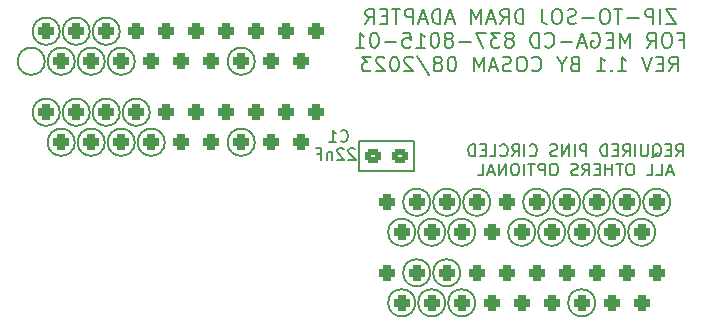
<source format=gbo>
G04 #@! TF.GenerationSoftware,KiCad,Pcbnew,7.0.2-0*
G04 #@! TF.CreationDate,2023-08-19T01:30:15+02:00*
G04 #@! TF.ProjectId,MegaCD,4d656761-4344-42e6-9b69-6361645f7063,rev?*
G04 #@! TF.SameCoordinates,Original*
G04 #@! TF.FileFunction,Legend,Bot*
G04 #@! TF.FilePolarity,Positive*
%FSLAX46Y46*%
G04 Gerber Fmt 4.6, Leading zero omitted, Abs format (unit mm)*
G04 Created by KiCad (PCBNEW 7.0.2-0) date 2023-08-19 01:30:15*
%MOMM*%
%LPD*%
G01*
G04 APERTURE LIST*
G04 Aperture macros list*
%AMRoundRect*
0 Rectangle with rounded corners*
0 $1 Rounding radius*
0 $2 $3 $4 $5 $6 $7 $8 $9 X,Y pos of 4 corners*
0 Add a 4 corners polygon primitive as box body*
4,1,4,$2,$3,$4,$5,$6,$7,$8,$9,$2,$3,0*
0 Add four circle primitives for the rounded corners*
1,1,$1+$1,$2,$3*
1,1,$1+$1,$4,$5*
1,1,$1+$1,$6,$7*
1,1,$1+$1,$8,$9*
0 Add four rect primitives between the rounded corners*
20,1,$1+$1,$2,$3,$4,$5,0*
20,1,$1+$1,$4,$5,$6,$7,0*
20,1,$1+$1,$6,$7,$8,$9,0*
20,1,$1+$1,$8,$9,$2,$3,0*%
G04 Aperture macros list end*
%ADD10C,0.150000*%
%ADD11C,0.200000*%
%ADD12C,2.767879*%
%ADD13RoundRect,0.255319X-0.394681X-0.344681X0.394681X-0.344681X0.394681X0.344681X-0.394681X0.344681X0*%
%ADD14R,1.400000X1.300000*%
%ADD15RoundRect,0.325000X0.375000X-0.325000X0.375000X0.325000X-0.375000X0.325000X-0.375000X-0.325000X0*%
%ADD16C,1.600000*%
G04 APERTURE END LIST*
D10*
X167139034Y-124841000D02*
G75*
G03*
X167139034Y-124841000I-1150034J0D01*
G01*
X173489034Y-122301000D02*
G75*
G03*
X173489034Y-122301000I-1150034J0D01*
G01*
X138310034Y-110363000D02*
G75*
G03*
X138310034Y-110363000I-1150034J0D01*
G01*
X125610034Y-110363000D02*
G75*
G03*
X125610034Y-110363000I-1150034J0D01*
G01*
X169679034Y-124841000D02*
G75*
G03*
X169679034Y-124841000I-1150034J0D01*
G01*
X121800034Y-107823000D02*
G75*
G03*
X121800034Y-107823000I-1150034J0D01*
G01*
X153169034Y-128270000D02*
G75*
G03*
X153169034Y-128270000I-1150034J0D01*
G01*
X126880034Y-107823000D02*
G75*
G03*
X126880034Y-107823000I-1150034J0D01*
G01*
X124340034Y-114681000D02*
G75*
G03*
X124340034Y-114681000I-1150034J0D01*
G01*
X162059034Y-124841000D02*
G75*
G03*
X162059034Y-124841000I-1150034J0D01*
G01*
X130690034Y-117221000D02*
G75*
G03*
X130690034Y-117221000I-1150034J0D01*
G01*
X123070034Y-110363000D02*
G75*
G03*
X123070034Y-110363000I-1150034J0D01*
G01*
X128150034Y-117221000D02*
G75*
G03*
X128150034Y-117221000I-1150034J0D01*
G01*
X156979034Y-130810000D02*
G75*
G03*
X156979034Y-130810000I-1150034J0D01*
G01*
X165869034Y-122301000D02*
G75*
G03*
X165869034Y-122301000I-1150034J0D01*
G01*
X120530034Y-110363000D02*
G75*
G03*
X120530034Y-110363000I-1150034J0D01*
G01*
X172219034Y-124841000D02*
G75*
G03*
X172219034Y-124841000I-1150034J0D01*
G01*
X167139034Y-130810000D02*
G75*
G03*
X167139034Y-130810000I-1150034J0D01*
G01*
X128150034Y-110363000D02*
G75*
G03*
X128150034Y-110363000I-1150034J0D01*
G01*
X158249034Y-122301000D02*
G75*
G03*
X158249034Y-122301000I-1150034J0D01*
G01*
X125610034Y-117221000D02*
G75*
G03*
X125610034Y-117221000I-1150034J0D01*
G01*
X153169034Y-122301000D02*
G75*
G03*
X153169034Y-122301000I-1150034J0D01*
G01*
X170949034Y-122301000D02*
G75*
G03*
X170949034Y-122301000I-1150034J0D01*
G01*
X168409034Y-122301000D02*
G75*
G03*
X168409034Y-122301000I-1150034J0D01*
G01*
X154439034Y-130810000D02*
G75*
G03*
X154439034Y-130810000I-1150034J0D01*
G01*
X154439034Y-124841000D02*
G75*
G03*
X154439034Y-124841000I-1150034J0D01*
G01*
X155709034Y-128270000D02*
G75*
G03*
X155709034Y-128270000I-1150034J0D01*
G01*
X129420034Y-114681000D02*
G75*
G03*
X129420034Y-114681000I-1150034J0D01*
G01*
X151899034Y-130810000D02*
G75*
G03*
X151899034Y-130810000I-1150034J0D01*
G01*
X124340034Y-107823000D02*
G75*
G03*
X124340034Y-107823000I-1150034J0D01*
G01*
X156979034Y-124841000D02*
G75*
G03*
X156979034Y-124841000I-1150034J0D01*
G01*
X126880034Y-114681000D02*
G75*
G03*
X126880034Y-114681000I-1150034J0D01*
G01*
X151899034Y-124841000D02*
G75*
G03*
X151899034Y-124841000I-1150034J0D01*
G01*
X164599034Y-124841000D02*
G75*
G03*
X164599034Y-124841000I-1150034J0D01*
G01*
X138310034Y-117221000D02*
G75*
G03*
X138310034Y-117221000I-1150034J0D01*
G01*
X163329034Y-122301000D02*
G75*
G03*
X163329034Y-122301000I-1150034J0D01*
G01*
X155709034Y-122301000D02*
G75*
G03*
X155709034Y-122301000I-1150034J0D01*
G01*
X121800034Y-114681000D02*
G75*
G03*
X121800034Y-114681000I-1150034J0D01*
G01*
X123070034Y-117221000D02*
G75*
G03*
X123070034Y-117221000I-1150034J0D01*
G01*
D11*
X173966523Y-105926023D02*
X173133190Y-105926023D01*
X173133190Y-105926023D02*
X173966523Y-107176023D01*
X173966523Y-107176023D02*
X173133190Y-107176023D01*
X172656999Y-107176023D02*
X172656999Y-105926023D01*
X172061761Y-107176023D02*
X172061761Y-105926023D01*
X172061761Y-105926023D02*
X171585571Y-105926023D01*
X171585571Y-105926023D02*
X171466523Y-105985547D01*
X171466523Y-105985547D02*
X171407000Y-106045071D01*
X171407000Y-106045071D02*
X171347476Y-106164119D01*
X171347476Y-106164119D02*
X171347476Y-106342690D01*
X171347476Y-106342690D02*
X171407000Y-106461738D01*
X171407000Y-106461738D02*
X171466523Y-106521261D01*
X171466523Y-106521261D02*
X171585571Y-106580785D01*
X171585571Y-106580785D02*
X172061761Y-106580785D01*
X170811761Y-106699833D02*
X169859381Y-106699833D01*
X169442714Y-105926023D02*
X168728428Y-105926023D01*
X169085571Y-107176023D02*
X169085571Y-105926023D01*
X168073666Y-105926023D02*
X167835571Y-105926023D01*
X167835571Y-105926023D02*
X167716523Y-105985547D01*
X167716523Y-105985547D02*
X167597476Y-106104595D01*
X167597476Y-106104595D02*
X167537952Y-106342690D01*
X167537952Y-106342690D02*
X167537952Y-106759357D01*
X167537952Y-106759357D02*
X167597476Y-106997452D01*
X167597476Y-106997452D02*
X167716523Y-107116500D01*
X167716523Y-107116500D02*
X167835571Y-107176023D01*
X167835571Y-107176023D02*
X168073666Y-107176023D01*
X168073666Y-107176023D02*
X168192714Y-107116500D01*
X168192714Y-107116500D02*
X168311761Y-106997452D01*
X168311761Y-106997452D02*
X168371285Y-106759357D01*
X168371285Y-106759357D02*
X168371285Y-106342690D01*
X168371285Y-106342690D02*
X168311761Y-106104595D01*
X168311761Y-106104595D02*
X168192714Y-105985547D01*
X168192714Y-105985547D02*
X168073666Y-105926023D01*
X167002237Y-106699833D02*
X166049857Y-106699833D01*
X165514142Y-107116500D02*
X165335571Y-107176023D01*
X165335571Y-107176023D02*
X165037952Y-107176023D01*
X165037952Y-107176023D02*
X164918904Y-107116500D01*
X164918904Y-107116500D02*
X164859380Y-107056976D01*
X164859380Y-107056976D02*
X164799857Y-106937928D01*
X164799857Y-106937928D02*
X164799857Y-106818880D01*
X164799857Y-106818880D02*
X164859380Y-106699833D01*
X164859380Y-106699833D02*
X164918904Y-106640309D01*
X164918904Y-106640309D02*
X165037952Y-106580785D01*
X165037952Y-106580785D02*
X165276047Y-106521261D01*
X165276047Y-106521261D02*
X165395095Y-106461738D01*
X165395095Y-106461738D02*
X165454618Y-106402214D01*
X165454618Y-106402214D02*
X165514142Y-106283166D01*
X165514142Y-106283166D02*
X165514142Y-106164119D01*
X165514142Y-106164119D02*
X165454618Y-106045071D01*
X165454618Y-106045071D02*
X165395095Y-105985547D01*
X165395095Y-105985547D02*
X165276047Y-105926023D01*
X165276047Y-105926023D02*
X164978428Y-105926023D01*
X164978428Y-105926023D02*
X164799857Y-105985547D01*
X164026047Y-105926023D02*
X163787952Y-105926023D01*
X163787952Y-105926023D02*
X163668904Y-105985547D01*
X163668904Y-105985547D02*
X163549857Y-106104595D01*
X163549857Y-106104595D02*
X163490333Y-106342690D01*
X163490333Y-106342690D02*
X163490333Y-106759357D01*
X163490333Y-106759357D02*
X163549857Y-106997452D01*
X163549857Y-106997452D02*
X163668904Y-107116500D01*
X163668904Y-107116500D02*
X163787952Y-107176023D01*
X163787952Y-107176023D02*
X164026047Y-107176023D01*
X164026047Y-107176023D02*
X164145095Y-107116500D01*
X164145095Y-107116500D02*
X164264142Y-106997452D01*
X164264142Y-106997452D02*
X164323666Y-106759357D01*
X164323666Y-106759357D02*
X164323666Y-106342690D01*
X164323666Y-106342690D02*
X164264142Y-106104595D01*
X164264142Y-106104595D02*
X164145095Y-105985547D01*
X164145095Y-105985547D02*
X164026047Y-105926023D01*
X162597476Y-105926023D02*
X162597476Y-106818880D01*
X162597476Y-106818880D02*
X162656999Y-106997452D01*
X162656999Y-106997452D02*
X162776047Y-107116500D01*
X162776047Y-107116500D02*
X162954618Y-107176023D01*
X162954618Y-107176023D02*
X163073666Y-107176023D01*
X161049856Y-107176023D02*
X161049856Y-105926023D01*
X161049856Y-105926023D02*
X160752237Y-105926023D01*
X160752237Y-105926023D02*
X160573666Y-105985547D01*
X160573666Y-105985547D02*
X160454618Y-106104595D01*
X160454618Y-106104595D02*
X160395095Y-106223642D01*
X160395095Y-106223642D02*
X160335571Y-106461738D01*
X160335571Y-106461738D02*
X160335571Y-106640309D01*
X160335571Y-106640309D02*
X160395095Y-106878404D01*
X160395095Y-106878404D02*
X160454618Y-106997452D01*
X160454618Y-106997452D02*
X160573666Y-107116500D01*
X160573666Y-107116500D02*
X160752237Y-107176023D01*
X160752237Y-107176023D02*
X161049856Y-107176023D01*
X159085571Y-107176023D02*
X159502237Y-106580785D01*
X159799856Y-107176023D02*
X159799856Y-105926023D01*
X159799856Y-105926023D02*
X159323666Y-105926023D01*
X159323666Y-105926023D02*
X159204618Y-105985547D01*
X159204618Y-105985547D02*
X159145095Y-106045071D01*
X159145095Y-106045071D02*
X159085571Y-106164119D01*
X159085571Y-106164119D02*
X159085571Y-106342690D01*
X159085571Y-106342690D02*
X159145095Y-106461738D01*
X159145095Y-106461738D02*
X159204618Y-106521261D01*
X159204618Y-106521261D02*
X159323666Y-106580785D01*
X159323666Y-106580785D02*
X159799856Y-106580785D01*
X158609380Y-106818880D02*
X158014142Y-106818880D01*
X158728428Y-107176023D02*
X158311761Y-105926023D01*
X158311761Y-105926023D02*
X157895095Y-107176023D01*
X157478427Y-107176023D02*
X157478427Y-105926023D01*
X157478427Y-105926023D02*
X157061761Y-106818880D01*
X157061761Y-106818880D02*
X156645094Y-105926023D01*
X156645094Y-105926023D02*
X156645094Y-107176023D01*
X155156999Y-106818880D02*
X154561761Y-106818880D01*
X155276047Y-107176023D02*
X154859380Y-105926023D01*
X154859380Y-105926023D02*
X154442714Y-107176023D01*
X154026046Y-107176023D02*
X154026046Y-105926023D01*
X154026046Y-105926023D02*
X153728427Y-105926023D01*
X153728427Y-105926023D02*
X153549856Y-105985547D01*
X153549856Y-105985547D02*
X153430808Y-106104595D01*
X153430808Y-106104595D02*
X153371285Y-106223642D01*
X153371285Y-106223642D02*
X153311761Y-106461738D01*
X153311761Y-106461738D02*
X153311761Y-106640309D01*
X153311761Y-106640309D02*
X153371285Y-106878404D01*
X153371285Y-106878404D02*
X153430808Y-106997452D01*
X153430808Y-106997452D02*
X153549856Y-107116500D01*
X153549856Y-107116500D02*
X153728427Y-107176023D01*
X153728427Y-107176023D02*
X154026046Y-107176023D01*
X152835570Y-106818880D02*
X152240332Y-106818880D01*
X152954618Y-107176023D02*
X152537951Y-105926023D01*
X152537951Y-105926023D02*
X152121285Y-107176023D01*
X151704617Y-107176023D02*
X151704617Y-105926023D01*
X151704617Y-105926023D02*
X151228427Y-105926023D01*
X151228427Y-105926023D02*
X151109379Y-105985547D01*
X151109379Y-105985547D02*
X151049856Y-106045071D01*
X151049856Y-106045071D02*
X150990332Y-106164119D01*
X150990332Y-106164119D02*
X150990332Y-106342690D01*
X150990332Y-106342690D02*
X151049856Y-106461738D01*
X151049856Y-106461738D02*
X151109379Y-106521261D01*
X151109379Y-106521261D02*
X151228427Y-106580785D01*
X151228427Y-106580785D02*
X151704617Y-106580785D01*
X150633189Y-105926023D02*
X149918903Y-105926023D01*
X150276046Y-107176023D02*
X150276046Y-105926023D01*
X149502236Y-106521261D02*
X149085570Y-106521261D01*
X148906998Y-107176023D02*
X149502236Y-107176023D01*
X149502236Y-107176023D02*
X149502236Y-105926023D01*
X149502236Y-105926023D02*
X148906998Y-105926023D01*
X147656999Y-107176023D02*
X148073665Y-106580785D01*
X148371284Y-107176023D02*
X148371284Y-105926023D01*
X148371284Y-105926023D02*
X147895094Y-105926023D01*
X147895094Y-105926023D02*
X147776046Y-105985547D01*
X147776046Y-105985547D02*
X147716523Y-106045071D01*
X147716523Y-106045071D02*
X147656999Y-106164119D01*
X147656999Y-106164119D02*
X147656999Y-106342690D01*
X147656999Y-106342690D02*
X147716523Y-106461738D01*
X147716523Y-106461738D02*
X147776046Y-106521261D01*
X147776046Y-106521261D02*
X147895094Y-106580785D01*
X147895094Y-106580785D02*
X148371284Y-106580785D01*
X174204618Y-108546261D02*
X174621284Y-108546261D01*
X174621284Y-109201023D02*
X174621284Y-107951023D01*
X174621284Y-107951023D02*
X174026046Y-107951023D01*
X173311760Y-107951023D02*
X173073665Y-107951023D01*
X173073665Y-107951023D02*
X172954617Y-108010547D01*
X172954617Y-108010547D02*
X172835570Y-108129595D01*
X172835570Y-108129595D02*
X172776046Y-108367690D01*
X172776046Y-108367690D02*
X172776046Y-108784357D01*
X172776046Y-108784357D02*
X172835570Y-109022452D01*
X172835570Y-109022452D02*
X172954617Y-109141500D01*
X172954617Y-109141500D02*
X173073665Y-109201023D01*
X173073665Y-109201023D02*
X173311760Y-109201023D01*
X173311760Y-109201023D02*
X173430808Y-109141500D01*
X173430808Y-109141500D02*
X173549855Y-109022452D01*
X173549855Y-109022452D02*
X173609379Y-108784357D01*
X173609379Y-108784357D02*
X173609379Y-108367690D01*
X173609379Y-108367690D02*
X173549855Y-108129595D01*
X173549855Y-108129595D02*
X173430808Y-108010547D01*
X173430808Y-108010547D02*
X173311760Y-107951023D01*
X171526046Y-109201023D02*
X171942712Y-108605785D01*
X172240331Y-109201023D02*
X172240331Y-107951023D01*
X172240331Y-107951023D02*
X171764141Y-107951023D01*
X171764141Y-107951023D02*
X171645093Y-108010547D01*
X171645093Y-108010547D02*
X171585570Y-108070071D01*
X171585570Y-108070071D02*
X171526046Y-108189119D01*
X171526046Y-108189119D02*
X171526046Y-108367690D01*
X171526046Y-108367690D02*
X171585570Y-108486738D01*
X171585570Y-108486738D02*
X171645093Y-108546261D01*
X171645093Y-108546261D02*
X171764141Y-108605785D01*
X171764141Y-108605785D02*
X172240331Y-108605785D01*
X170037950Y-109201023D02*
X170037950Y-107951023D01*
X170037950Y-107951023D02*
X169621284Y-108843880D01*
X169621284Y-108843880D02*
X169204617Y-107951023D01*
X169204617Y-107951023D02*
X169204617Y-109201023D01*
X168609379Y-108546261D02*
X168192713Y-108546261D01*
X168014141Y-109201023D02*
X168609379Y-109201023D01*
X168609379Y-109201023D02*
X168609379Y-107951023D01*
X168609379Y-107951023D02*
X168014141Y-107951023D01*
X166823666Y-108010547D02*
X166942713Y-107951023D01*
X166942713Y-107951023D02*
X167121285Y-107951023D01*
X167121285Y-107951023D02*
X167299856Y-108010547D01*
X167299856Y-108010547D02*
X167418904Y-108129595D01*
X167418904Y-108129595D02*
X167478427Y-108248642D01*
X167478427Y-108248642D02*
X167537951Y-108486738D01*
X167537951Y-108486738D02*
X167537951Y-108665309D01*
X167537951Y-108665309D02*
X167478427Y-108903404D01*
X167478427Y-108903404D02*
X167418904Y-109022452D01*
X167418904Y-109022452D02*
X167299856Y-109141500D01*
X167299856Y-109141500D02*
X167121285Y-109201023D01*
X167121285Y-109201023D02*
X167002237Y-109201023D01*
X167002237Y-109201023D02*
X166823666Y-109141500D01*
X166823666Y-109141500D02*
X166764142Y-109081976D01*
X166764142Y-109081976D02*
X166764142Y-108665309D01*
X166764142Y-108665309D02*
X167002237Y-108665309D01*
X166287951Y-108843880D02*
X165692713Y-108843880D01*
X166406999Y-109201023D02*
X165990332Y-107951023D01*
X165990332Y-107951023D02*
X165573666Y-109201023D01*
X165156998Y-108724833D02*
X164204618Y-108724833D01*
X162895094Y-109081976D02*
X162954618Y-109141500D01*
X162954618Y-109141500D02*
X163133189Y-109201023D01*
X163133189Y-109201023D02*
X163252237Y-109201023D01*
X163252237Y-109201023D02*
X163430808Y-109141500D01*
X163430808Y-109141500D02*
X163549856Y-109022452D01*
X163549856Y-109022452D02*
X163609379Y-108903404D01*
X163609379Y-108903404D02*
X163668903Y-108665309D01*
X163668903Y-108665309D02*
X163668903Y-108486738D01*
X163668903Y-108486738D02*
X163609379Y-108248642D01*
X163609379Y-108248642D02*
X163549856Y-108129595D01*
X163549856Y-108129595D02*
X163430808Y-108010547D01*
X163430808Y-108010547D02*
X163252237Y-107951023D01*
X163252237Y-107951023D02*
X163133189Y-107951023D01*
X163133189Y-107951023D02*
X162954618Y-108010547D01*
X162954618Y-108010547D02*
X162895094Y-108070071D01*
X162359379Y-109201023D02*
X162359379Y-107951023D01*
X162359379Y-107951023D02*
X162061760Y-107951023D01*
X162061760Y-107951023D02*
X161883189Y-108010547D01*
X161883189Y-108010547D02*
X161764141Y-108129595D01*
X161764141Y-108129595D02*
X161704618Y-108248642D01*
X161704618Y-108248642D02*
X161645094Y-108486738D01*
X161645094Y-108486738D02*
X161645094Y-108665309D01*
X161645094Y-108665309D02*
X161704618Y-108903404D01*
X161704618Y-108903404D02*
X161764141Y-109022452D01*
X161764141Y-109022452D02*
X161883189Y-109141500D01*
X161883189Y-109141500D02*
X162061760Y-109201023D01*
X162061760Y-109201023D02*
X162359379Y-109201023D01*
X159978427Y-108486738D02*
X160097475Y-108427214D01*
X160097475Y-108427214D02*
X160156998Y-108367690D01*
X160156998Y-108367690D02*
X160216522Y-108248642D01*
X160216522Y-108248642D02*
X160216522Y-108189119D01*
X160216522Y-108189119D02*
X160156998Y-108070071D01*
X160156998Y-108070071D02*
X160097475Y-108010547D01*
X160097475Y-108010547D02*
X159978427Y-107951023D01*
X159978427Y-107951023D02*
X159740332Y-107951023D01*
X159740332Y-107951023D02*
X159621284Y-108010547D01*
X159621284Y-108010547D02*
X159561760Y-108070071D01*
X159561760Y-108070071D02*
X159502237Y-108189119D01*
X159502237Y-108189119D02*
X159502237Y-108248642D01*
X159502237Y-108248642D02*
X159561760Y-108367690D01*
X159561760Y-108367690D02*
X159621284Y-108427214D01*
X159621284Y-108427214D02*
X159740332Y-108486738D01*
X159740332Y-108486738D02*
X159978427Y-108486738D01*
X159978427Y-108486738D02*
X160097475Y-108546261D01*
X160097475Y-108546261D02*
X160156998Y-108605785D01*
X160156998Y-108605785D02*
X160216522Y-108724833D01*
X160216522Y-108724833D02*
X160216522Y-108962928D01*
X160216522Y-108962928D02*
X160156998Y-109081976D01*
X160156998Y-109081976D02*
X160097475Y-109141500D01*
X160097475Y-109141500D02*
X159978427Y-109201023D01*
X159978427Y-109201023D02*
X159740332Y-109201023D01*
X159740332Y-109201023D02*
X159621284Y-109141500D01*
X159621284Y-109141500D02*
X159561760Y-109081976D01*
X159561760Y-109081976D02*
X159502237Y-108962928D01*
X159502237Y-108962928D02*
X159502237Y-108724833D01*
X159502237Y-108724833D02*
X159561760Y-108605785D01*
X159561760Y-108605785D02*
X159621284Y-108546261D01*
X159621284Y-108546261D02*
X159740332Y-108486738D01*
X159085570Y-107951023D02*
X158311761Y-107951023D01*
X158311761Y-107951023D02*
X158728427Y-108427214D01*
X158728427Y-108427214D02*
X158549856Y-108427214D01*
X158549856Y-108427214D02*
X158430808Y-108486738D01*
X158430808Y-108486738D02*
X158371284Y-108546261D01*
X158371284Y-108546261D02*
X158311761Y-108665309D01*
X158311761Y-108665309D02*
X158311761Y-108962928D01*
X158311761Y-108962928D02*
X158371284Y-109081976D01*
X158371284Y-109081976D02*
X158430808Y-109141500D01*
X158430808Y-109141500D02*
X158549856Y-109201023D01*
X158549856Y-109201023D02*
X158906999Y-109201023D01*
X158906999Y-109201023D02*
X159026046Y-109141500D01*
X159026046Y-109141500D02*
X159085570Y-109081976D01*
X157895094Y-107951023D02*
X157061761Y-107951023D01*
X157061761Y-107951023D02*
X157597475Y-109201023D01*
X156585570Y-108724833D02*
X155633190Y-108724833D01*
X154859380Y-108486738D02*
X154978428Y-108427214D01*
X154978428Y-108427214D02*
X155037951Y-108367690D01*
X155037951Y-108367690D02*
X155097475Y-108248642D01*
X155097475Y-108248642D02*
X155097475Y-108189119D01*
X155097475Y-108189119D02*
X155037951Y-108070071D01*
X155037951Y-108070071D02*
X154978428Y-108010547D01*
X154978428Y-108010547D02*
X154859380Y-107951023D01*
X154859380Y-107951023D02*
X154621285Y-107951023D01*
X154621285Y-107951023D02*
X154502237Y-108010547D01*
X154502237Y-108010547D02*
X154442713Y-108070071D01*
X154442713Y-108070071D02*
X154383190Y-108189119D01*
X154383190Y-108189119D02*
X154383190Y-108248642D01*
X154383190Y-108248642D02*
X154442713Y-108367690D01*
X154442713Y-108367690D02*
X154502237Y-108427214D01*
X154502237Y-108427214D02*
X154621285Y-108486738D01*
X154621285Y-108486738D02*
X154859380Y-108486738D01*
X154859380Y-108486738D02*
X154978428Y-108546261D01*
X154978428Y-108546261D02*
X155037951Y-108605785D01*
X155037951Y-108605785D02*
X155097475Y-108724833D01*
X155097475Y-108724833D02*
X155097475Y-108962928D01*
X155097475Y-108962928D02*
X155037951Y-109081976D01*
X155037951Y-109081976D02*
X154978428Y-109141500D01*
X154978428Y-109141500D02*
X154859380Y-109201023D01*
X154859380Y-109201023D02*
X154621285Y-109201023D01*
X154621285Y-109201023D02*
X154502237Y-109141500D01*
X154502237Y-109141500D02*
X154442713Y-109081976D01*
X154442713Y-109081976D02*
X154383190Y-108962928D01*
X154383190Y-108962928D02*
X154383190Y-108724833D01*
X154383190Y-108724833D02*
X154442713Y-108605785D01*
X154442713Y-108605785D02*
X154502237Y-108546261D01*
X154502237Y-108546261D02*
X154621285Y-108486738D01*
X153609380Y-107951023D02*
X153490333Y-107951023D01*
X153490333Y-107951023D02*
X153371285Y-108010547D01*
X153371285Y-108010547D02*
X153311761Y-108070071D01*
X153311761Y-108070071D02*
X153252237Y-108189119D01*
X153252237Y-108189119D02*
X153192714Y-108427214D01*
X153192714Y-108427214D02*
X153192714Y-108724833D01*
X153192714Y-108724833D02*
X153252237Y-108962928D01*
X153252237Y-108962928D02*
X153311761Y-109081976D01*
X153311761Y-109081976D02*
X153371285Y-109141500D01*
X153371285Y-109141500D02*
X153490333Y-109201023D01*
X153490333Y-109201023D02*
X153609380Y-109201023D01*
X153609380Y-109201023D02*
X153728428Y-109141500D01*
X153728428Y-109141500D02*
X153787952Y-109081976D01*
X153787952Y-109081976D02*
X153847475Y-108962928D01*
X153847475Y-108962928D02*
X153906999Y-108724833D01*
X153906999Y-108724833D02*
X153906999Y-108427214D01*
X153906999Y-108427214D02*
X153847475Y-108189119D01*
X153847475Y-108189119D02*
X153787952Y-108070071D01*
X153787952Y-108070071D02*
X153728428Y-108010547D01*
X153728428Y-108010547D02*
X153609380Y-107951023D01*
X152002238Y-109201023D02*
X152716523Y-109201023D01*
X152359380Y-109201023D02*
X152359380Y-107951023D01*
X152359380Y-107951023D02*
X152478428Y-108129595D01*
X152478428Y-108129595D02*
X152597476Y-108248642D01*
X152597476Y-108248642D02*
X152716523Y-108308166D01*
X150871285Y-107951023D02*
X151466523Y-107951023D01*
X151466523Y-107951023D02*
X151526047Y-108546261D01*
X151526047Y-108546261D02*
X151466523Y-108486738D01*
X151466523Y-108486738D02*
X151347476Y-108427214D01*
X151347476Y-108427214D02*
X151049857Y-108427214D01*
X151049857Y-108427214D02*
X150930809Y-108486738D01*
X150930809Y-108486738D02*
X150871285Y-108546261D01*
X150871285Y-108546261D02*
X150811762Y-108665309D01*
X150811762Y-108665309D02*
X150811762Y-108962928D01*
X150811762Y-108962928D02*
X150871285Y-109081976D01*
X150871285Y-109081976D02*
X150930809Y-109141500D01*
X150930809Y-109141500D02*
X151049857Y-109201023D01*
X151049857Y-109201023D02*
X151347476Y-109201023D01*
X151347476Y-109201023D02*
X151466523Y-109141500D01*
X151466523Y-109141500D02*
X151526047Y-109081976D01*
X150276047Y-108724833D02*
X149323667Y-108724833D01*
X148490333Y-107951023D02*
X148371286Y-107951023D01*
X148371286Y-107951023D02*
X148252238Y-108010547D01*
X148252238Y-108010547D02*
X148192714Y-108070071D01*
X148192714Y-108070071D02*
X148133190Y-108189119D01*
X148133190Y-108189119D02*
X148073667Y-108427214D01*
X148073667Y-108427214D02*
X148073667Y-108724833D01*
X148073667Y-108724833D02*
X148133190Y-108962928D01*
X148133190Y-108962928D02*
X148192714Y-109081976D01*
X148192714Y-109081976D02*
X148252238Y-109141500D01*
X148252238Y-109141500D02*
X148371286Y-109201023D01*
X148371286Y-109201023D02*
X148490333Y-109201023D01*
X148490333Y-109201023D02*
X148609381Y-109141500D01*
X148609381Y-109141500D02*
X148668905Y-109081976D01*
X148668905Y-109081976D02*
X148728428Y-108962928D01*
X148728428Y-108962928D02*
X148787952Y-108724833D01*
X148787952Y-108724833D02*
X148787952Y-108427214D01*
X148787952Y-108427214D02*
X148728428Y-108189119D01*
X148728428Y-108189119D02*
X148668905Y-108070071D01*
X148668905Y-108070071D02*
X148609381Y-108010547D01*
X148609381Y-108010547D02*
X148490333Y-107951023D01*
X146883191Y-109201023D02*
X147597476Y-109201023D01*
X147240333Y-109201023D02*
X147240333Y-107951023D01*
X147240333Y-107951023D02*
X147359381Y-108129595D01*
X147359381Y-108129595D02*
X147478429Y-108248642D01*
X147478429Y-108248642D02*
X147597476Y-108308166D01*
X173401047Y-111226023D02*
X173817713Y-110630785D01*
X174115332Y-111226023D02*
X174115332Y-109976023D01*
X174115332Y-109976023D02*
X173639142Y-109976023D01*
X173639142Y-109976023D02*
X173520094Y-110035547D01*
X173520094Y-110035547D02*
X173460571Y-110095071D01*
X173460571Y-110095071D02*
X173401047Y-110214119D01*
X173401047Y-110214119D02*
X173401047Y-110392690D01*
X173401047Y-110392690D02*
X173460571Y-110511738D01*
X173460571Y-110511738D02*
X173520094Y-110571261D01*
X173520094Y-110571261D02*
X173639142Y-110630785D01*
X173639142Y-110630785D02*
X174115332Y-110630785D01*
X172865332Y-110571261D02*
X172448666Y-110571261D01*
X172270094Y-111226023D02*
X172865332Y-111226023D01*
X172865332Y-111226023D02*
X172865332Y-109976023D01*
X172865332Y-109976023D02*
X172270094Y-109976023D01*
X171912952Y-109976023D02*
X171496285Y-111226023D01*
X171496285Y-111226023D02*
X171079619Y-109976023D01*
X169055809Y-111226023D02*
X169770094Y-111226023D01*
X169412951Y-111226023D02*
X169412951Y-109976023D01*
X169412951Y-109976023D02*
X169531999Y-110154595D01*
X169531999Y-110154595D02*
X169651047Y-110273642D01*
X169651047Y-110273642D02*
X169770094Y-110333166D01*
X168520094Y-111106976D02*
X168460571Y-111166500D01*
X168460571Y-111166500D02*
X168520094Y-111226023D01*
X168520094Y-111226023D02*
X168579618Y-111166500D01*
X168579618Y-111166500D02*
X168520094Y-111106976D01*
X168520094Y-111106976D02*
X168520094Y-111226023D01*
X167270095Y-111226023D02*
X167984380Y-111226023D01*
X167627237Y-111226023D02*
X167627237Y-109976023D01*
X167627237Y-109976023D02*
X167746285Y-110154595D01*
X167746285Y-110154595D02*
X167865333Y-110273642D01*
X167865333Y-110273642D02*
X167984380Y-110333166D01*
X165365333Y-110571261D02*
X165186761Y-110630785D01*
X165186761Y-110630785D02*
X165127238Y-110690309D01*
X165127238Y-110690309D02*
X165067714Y-110809357D01*
X165067714Y-110809357D02*
X165067714Y-110987928D01*
X165067714Y-110987928D02*
X165127238Y-111106976D01*
X165127238Y-111106976D02*
X165186761Y-111166500D01*
X165186761Y-111166500D02*
X165305809Y-111226023D01*
X165305809Y-111226023D02*
X165781999Y-111226023D01*
X165781999Y-111226023D02*
X165781999Y-109976023D01*
X165781999Y-109976023D02*
X165365333Y-109976023D01*
X165365333Y-109976023D02*
X165246285Y-110035547D01*
X165246285Y-110035547D02*
X165186761Y-110095071D01*
X165186761Y-110095071D02*
X165127238Y-110214119D01*
X165127238Y-110214119D02*
X165127238Y-110333166D01*
X165127238Y-110333166D02*
X165186761Y-110452214D01*
X165186761Y-110452214D02*
X165246285Y-110511738D01*
X165246285Y-110511738D02*
X165365333Y-110571261D01*
X165365333Y-110571261D02*
X165781999Y-110571261D01*
X164293904Y-110630785D02*
X164293904Y-111226023D01*
X164710571Y-109976023D02*
X164293904Y-110630785D01*
X164293904Y-110630785D02*
X163877238Y-109976023D01*
X161793904Y-111106976D02*
X161853428Y-111166500D01*
X161853428Y-111166500D02*
X162031999Y-111226023D01*
X162031999Y-111226023D02*
X162151047Y-111226023D01*
X162151047Y-111226023D02*
X162329618Y-111166500D01*
X162329618Y-111166500D02*
X162448666Y-111047452D01*
X162448666Y-111047452D02*
X162508189Y-110928404D01*
X162508189Y-110928404D02*
X162567713Y-110690309D01*
X162567713Y-110690309D02*
X162567713Y-110511738D01*
X162567713Y-110511738D02*
X162508189Y-110273642D01*
X162508189Y-110273642D02*
X162448666Y-110154595D01*
X162448666Y-110154595D02*
X162329618Y-110035547D01*
X162329618Y-110035547D02*
X162151047Y-109976023D01*
X162151047Y-109976023D02*
X162031999Y-109976023D01*
X162031999Y-109976023D02*
X161853428Y-110035547D01*
X161853428Y-110035547D02*
X161793904Y-110095071D01*
X161020094Y-109976023D02*
X160781999Y-109976023D01*
X160781999Y-109976023D02*
X160662951Y-110035547D01*
X160662951Y-110035547D02*
X160543904Y-110154595D01*
X160543904Y-110154595D02*
X160484380Y-110392690D01*
X160484380Y-110392690D02*
X160484380Y-110809357D01*
X160484380Y-110809357D02*
X160543904Y-111047452D01*
X160543904Y-111047452D02*
X160662951Y-111166500D01*
X160662951Y-111166500D02*
X160781999Y-111226023D01*
X160781999Y-111226023D02*
X161020094Y-111226023D01*
X161020094Y-111226023D02*
X161139142Y-111166500D01*
X161139142Y-111166500D02*
X161258189Y-111047452D01*
X161258189Y-111047452D02*
X161317713Y-110809357D01*
X161317713Y-110809357D02*
X161317713Y-110392690D01*
X161317713Y-110392690D02*
X161258189Y-110154595D01*
X161258189Y-110154595D02*
X161139142Y-110035547D01*
X161139142Y-110035547D02*
X161020094Y-109976023D01*
X160008189Y-111166500D02*
X159829618Y-111226023D01*
X159829618Y-111226023D02*
X159531999Y-111226023D01*
X159531999Y-111226023D02*
X159412951Y-111166500D01*
X159412951Y-111166500D02*
X159353427Y-111106976D01*
X159353427Y-111106976D02*
X159293904Y-110987928D01*
X159293904Y-110987928D02*
X159293904Y-110868880D01*
X159293904Y-110868880D02*
X159353427Y-110749833D01*
X159353427Y-110749833D02*
X159412951Y-110690309D01*
X159412951Y-110690309D02*
X159531999Y-110630785D01*
X159531999Y-110630785D02*
X159770094Y-110571261D01*
X159770094Y-110571261D02*
X159889142Y-110511738D01*
X159889142Y-110511738D02*
X159948665Y-110452214D01*
X159948665Y-110452214D02*
X160008189Y-110333166D01*
X160008189Y-110333166D02*
X160008189Y-110214119D01*
X160008189Y-110214119D02*
X159948665Y-110095071D01*
X159948665Y-110095071D02*
X159889142Y-110035547D01*
X159889142Y-110035547D02*
X159770094Y-109976023D01*
X159770094Y-109976023D02*
X159472475Y-109976023D01*
X159472475Y-109976023D02*
X159293904Y-110035547D01*
X158817713Y-110868880D02*
X158222475Y-110868880D01*
X158936761Y-111226023D02*
X158520094Y-109976023D01*
X158520094Y-109976023D02*
X158103428Y-111226023D01*
X157686760Y-111226023D02*
X157686760Y-109976023D01*
X157686760Y-109976023D02*
X157270094Y-110868880D01*
X157270094Y-110868880D02*
X156853427Y-109976023D01*
X156853427Y-109976023D02*
X156853427Y-111226023D01*
X155067713Y-109976023D02*
X154948666Y-109976023D01*
X154948666Y-109976023D02*
X154829618Y-110035547D01*
X154829618Y-110035547D02*
X154770094Y-110095071D01*
X154770094Y-110095071D02*
X154710570Y-110214119D01*
X154710570Y-110214119D02*
X154651047Y-110452214D01*
X154651047Y-110452214D02*
X154651047Y-110749833D01*
X154651047Y-110749833D02*
X154710570Y-110987928D01*
X154710570Y-110987928D02*
X154770094Y-111106976D01*
X154770094Y-111106976D02*
X154829618Y-111166500D01*
X154829618Y-111166500D02*
X154948666Y-111226023D01*
X154948666Y-111226023D02*
X155067713Y-111226023D01*
X155067713Y-111226023D02*
X155186761Y-111166500D01*
X155186761Y-111166500D02*
X155246285Y-111106976D01*
X155246285Y-111106976D02*
X155305808Y-110987928D01*
X155305808Y-110987928D02*
X155365332Y-110749833D01*
X155365332Y-110749833D02*
X155365332Y-110452214D01*
X155365332Y-110452214D02*
X155305808Y-110214119D01*
X155305808Y-110214119D02*
X155246285Y-110095071D01*
X155246285Y-110095071D02*
X155186761Y-110035547D01*
X155186761Y-110035547D02*
X155067713Y-109976023D01*
X153936761Y-110511738D02*
X154055809Y-110452214D01*
X154055809Y-110452214D02*
X154115332Y-110392690D01*
X154115332Y-110392690D02*
X154174856Y-110273642D01*
X154174856Y-110273642D02*
X154174856Y-110214119D01*
X154174856Y-110214119D02*
X154115332Y-110095071D01*
X154115332Y-110095071D02*
X154055809Y-110035547D01*
X154055809Y-110035547D02*
X153936761Y-109976023D01*
X153936761Y-109976023D02*
X153698666Y-109976023D01*
X153698666Y-109976023D02*
X153579618Y-110035547D01*
X153579618Y-110035547D02*
X153520094Y-110095071D01*
X153520094Y-110095071D02*
X153460571Y-110214119D01*
X153460571Y-110214119D02*
X153460571Y-110273642D01*
X153460571Y-110273642D02*
X153520094Y-110392690D01*
X153520094Y-110392690D02*
X153579618Y-110452214D01*
X153579618Y-110452214D02*
X153698666Y-110511738D01*
X153698666Y-110511738D02*
X153936761Y-110511738D01*
X153936761Y-110511738D02*
X154055809Y-110571261D01*
X154055809Y-110571261D02*
X154115332Y-110630785D01*
X154115332Y-110630785D02*
X154174856Y-110749833D01*
X154174856Y-110749833D02*
X154174856Y-110987928D01*
X154174856Y-110987928D02*
X154115332Y-111106976D01*
X154115332Y-111106976D02*
X154055809Y-111166500D01*
X154055809Y-111166500D02*
X153936761Y-111226023D01*
X153936761Y-111226023D02*
X153698666Y-111226023D01*
X153698666Y-111226023D02*
X153579618Y-111166500D01*
X153579618Y-111166500D02*
X153520094Y-111106976D01*
X153520094Y-111106976D02*
X153460571Y-110987928D01*
X153460571Y-110987928D02*
X153460571Y-110749833D01*
X153460571Y-110749833D02*
X153520094Y-110630785D01*
X153520094Y-110630785D02*
X153579618Y-110571261D01*
X153579618Y-110571261D02*
X153698666Y-110511738D01*
X152031999Y-109916500D02*
X153103428Y-111523642D01*
X151674856Y-110095071D02*
X151615332Y-110035547D01*
X151615332Y-110035547D02*
X151496285Y-109976023D01*
X151496285Y-109976023D02*
X151198666Y-109976023D01*
X151198666Y-109976023D02*
X151079618Y-110035547D01*
X151079618Y-110035547D02*
X151020094Y-110095071D01*
X151020094Y-110095071D02*
X150960571Y-110214119D01*
X150960571Y-110214119D02*
X150960571Y-110333166D01*
X150960571Y-110333166D02*
X151020094Y-110511738D01*
X151020094Y-110511738D02*
X151734380Y-111226023D01*
X151734380Y-111226023D02*
X150960571Y-111226023D01*
X150186761Y-109976023D02*
X150067714Y-109976023D01*
X150067714Y-109976023D02*
X149948666Y-110035547D01*
X149948666Y-110035547D02*
X149889142Y-110095071D01*
X149889142Y-110095071D02*
X149829618Y-110214119D01*
X149829618Y-110214119D02*
X149770095Y-110452214D01*
X149770095Y-110452214D02*
X149770095Y-110749833D01*
X149770095Y-110749833D02*
X149829618Y-110987928D01*
X149829618Y-110987928D02*
X149889142Y-111106976D01*
X149889142Y-111106976D02*
X149948666Y-111166500D01*
X149948666Y-111166500D02*
X150067714Y-111226023D01*
X150067714Y-111226023D02*
X150186761Y-111226023D01*
X150186761Y-111226023D02*
X150305809Y-111166500D01*
X150305809Y-111166500D02*
X150365333Y-111106976D01*
X150365333Y-111106976D02*
X150424856Y-110987928D01*
X150424856Y-110987928D02*
X150484380Y-110749833D01*
X150484380Y-110749833D02*
X150484380Y-110452214D01*
X150484380Y-110452214D02*
X150424856Y-110214119D01*
X150424856Y-110214119D02*
X150365333Y-110095071D01*
X150365333Y-110095071D02*
X150305809Y-110035547D01*
X150305809Y-110035547D02*
X150186761Y-109976023D01*
X149293904Y-110095071D02*
X149234380Y-110035547D01*
X149234380Y-110035547D02*
X149115333Y-109976023D01*
X149115333Y-109976023D02*
X148817714Y-109976023D01*
X148817714Y-109976023D02*
X148698666Y-110035547D01*
X148698666Y-110035547D02*
X148639142Y-110095071D01*
X148639142Y-110095071D02*
X148579619Y-110214119D01*
X148579619Y-110214119D02*
X148579619Y-110333166D01*
X148579619Y-110333166D02*
X148639142Y-110511738D01*
X148639142Y-110511738D02*
X149353428Y-111226023D01*
X149353428Y-111226023D02*
X148579619Y-111226023D01*
X148162952Y-109976023D02*
X147389143Y-109976023D01*
X147389143Y-109976023D02*
X147805809Y-110452214D01*
X147805809Y-110452214D02*
X147627238Y-110452214D01*
X147627238Y-110452214D02*
X147508190Y-110511738D01*
X147508190Y-110511738D02*
X147448666Y-110571261D01*
X147448666Y-110571261D02*
X147389143Y-110690309D01*
X147389143Y-110690309D02*
X147389143Y-110987928D01*
X147389143Y-110987928D02*
X147448666Y-111106976D01*
X147448666Y-111106976D02*
X147508190Y-111166500D01*
X147508190Y-111166500D02*
X147627238Y-111226023D01*
X147627238Y-111226023D02*
X147984381Y-111226023D01*
X147984381Y-111226023D02*
X148103428Y-111166500D01*
X148103428Y-111166500D02*
X148162952Y-111106976D01*
D10*
X173957190Y-118399619D02*
X174290523Y-117923428D01*
X174528618Y-118399619D02*
X174528618Y-117399619D01*
X174528618Y-117399619D02*
X174147666Y-117399619D01*
X174147666Y-117399619D02*
X174052428Y-117447238D01*
X174052428Y-117447238D02*
X174004809Y-117494857D01*
X174004809Y-117494857D02*
X173957190Y-117590095D01*
X173957190Y-117590095D02*
X173957190Y-117732952D01*
X173957190Y-117732952D02*
X174004809Y-117828190D01*
X174004809Y-117828190D02*
X174052428Y-117875809D01*
X174052428Y-117875809D02*
X174147666Y-117923428D01*
X174147666Y-117923428D02*
X174528618Y-117923428D01*
X173528618Y-117875809D02*
X173195285Y-117875809D01*
X173052428Y-118399619D02*
X173528618Y-118399619D01*
X173528618Y-118399619D02*
X173528618Y-117399619D01*
X173528618Y-117399619D02*
X173052428Y-117399619D01*
X171957190Y-118494857D02*
X172052428Y-118447238D01*
X172052428Y-118447238D02*
X172147666Y-118352000D01*
X172147666Y-118352000D02*
X172290523Y-118209142D01*
X172290523Y-118209142D02*
X172385761Y-118161523D01*
X172385761Y-118161523D02*
X172480999Y-118161523D01*
X172433380Y-118399619D02*
X172528618Y-118352000D01*
X172528618Y-118352000D02*
X172623856Y-118256761D01*
X172623856Y-118256761D02*
X172671475Y-118066285D01*
X172671475Y-118066285D02*
X172671475Y-117732952D01*
X172671475Y-117732952D02*
X172623856Y-117542476D01*
X172623856Y-117542476D02*
X172528618Y-117447238D01*
X172528618Y-117447238D02*
X172433380Y-117399619D01*
X172433380Y-117399619D02*
X172242904Y-117399619D01*
X172242904Y-117399619D02*
X172147666Y-117447238D01*
X172147666Y-117447238D02*
X172052428Y-117542476D01*
X172052428Y-117542476D02*
X172004809Y-117732952D01*
X172004809Y-117732952D02*
X172004809Y-118066285D01*
X172004809Y-118066285D02*
X172052428Y-118256761D01*
X172052428Y-118256761D02*
X172147666Y-118352000D01*
X172147666Y-118352000D02*
X172242904Y-118399619D01*
X172242904Y-118399619D02*
X172433380Y-118399619D01*
X171576237Y-117399619D02*
X171576237Y-118209142D01*
X171576237Y-118209142D02*
X171528618Y-118304380D01*
X171528618Y-118304380D02*
X171480999Y-118352000D01*
X171480999Y-118352000D02*
X171385761Y-118399619D01*
X171385761Y-118399619D02*
X171195285Y-118399619D01*
X171195285Y-118399619D02*
X171100047Y-118352000D01*
X171100047Y-118352000D02*
X171052428Y-118304380D01*
X171052428Y-118304380D02*
X171004809Y-118209142D01*
X171004809Y-118209142D02*
X171004809Y-117399619D01*
X170528618Y-118399619D02*
X170528618Y-117399619D01*
X169481000Y-118399619D02*
X169814333Y-117923428D01*
X170052428Y-118399619D02*
X170052428Y-117399619D01*
X170052428Y-117399619D02*
X169671476Y-117399619D01*
X169671476Y-117399619D02*
X169576238Y-117447238D01*
X169576238Y-117447238D02*
X169528619Y-117494857D01*
X169528619Y-117494857D02*
X169481000Y-117590095D01*
X169481000Y-117590095D02*
X169481000Y-117732952D01*
X169481000Y-117732952D02*
X169528619Y-117828190D01*
X169528619Y-117828190D02*
X169576238Y-117875809D01*
X169576238Y-117875809D02*
X169671476Y-117923428D01*
X169671476Y-117923428D02*
X170052428Y-117923428D01*
X169052428Y-117875809D02*
X168719095Y-117875809D01*
X168576238Y-118399619D02*
X169052428Y-118399619D01*
X169052428Y-118399619D02*
X169052428Y-117399619D01*
X169052428Y-117399619D02*
X168576238Y-117399619D01*
X168147666Y-118399619D02*
X168147666Y-117399619D01*
X168147666Y-117399619D02*
X167909571Y-117399619D01*
X167909571Y-117399619D02*
X167766714Y-117447238D01*
X167766714Y-117447238D02*
X167671476Y-117542476D01*
X167671476Y-117542476D02*
X167623857Y-117637714D01*
X167623857Y-117637714D02*
X167576238Y-117828190D01*
X167576238Y-117828190D02*
X167576238Y-117971047D01*
X167576238Y-117971047D02*
X167623857Y-118161523D01*
X167623857Y-118161523D02*
X167671476Y-118256761D01*
X167671476Y-118256761D02*
X167766714Y-118352000D01*
X167766714Y-118352000D02*
X167909571Y-118399619D01*
X167909571Y-118399619D02*
X168147666Y-118399619D01*
X166385761Y-118399619D02*
X166385761Y-117399619D01*
X166385761Y-117399619D02*
X166004809Y-117399619D01*
X166004809Y-117399619D02*
X165909571Y-117447238D01*
X165909571Y-117447238D02*
X165861952Y-117494857D01*
X165861952Y-117494857D02*
X165814333Y-117590095D01*
X165814333Y-117590095D02*
X165814333Y-117732952D01*
X165814333Y-117732952D02*
X165861952Y-117828190D01*
X165861952Y-117828190D02*
X165909571Y-117875809D01*
X165909571Y-117875809D02*
X166004809Y-117923428D01*
X166004809Y-117923428D02*
X166385761Y-117923428D01*
X165385761Y-118399619D02*
X165385761Y-117399619D01*
X164909571Y-118399619D02*
X164909571Y-117399619D01*
X164909571Y-117399619D02*
X164338143Y-118399619D01*
X164338143Y-118399619D02*
X164338143Y-117399619D01*
X163909571Y-118352000D02*
X163766714Y-118399619D01*
X163766714Y-118399619D02*
X163528619Y-118399619D01*
X163528619Y-118399619D02*
X163433381Y-118352000D01*
X163433381Y-118352000D02*
X163385762Y-118304380D01*
X163385762Y-118304380D02*
X163338143Y-118209142D01*
X163338143Y-118209142D02*
X163338143Y-118113904D01*
X163338143Y-118113904D02*
X163385762Y-118018666D01*
X163385762Y-118018666D02*
X163433381Y-117971047D01*
X163433381Y-117971047D02*
X163528619Y-117923428D01*
X163528619Y-117923428D02*
X163719095Y-117875809D01*
X163719095Y-117875809D02*
X163814333Y-117828190D01*
X163814333Y-117828190D02*
X163861952Y-117780571D01*
X163861952Y-117780571D02*
X163909571Y-117685333D01*
X163909571Y-117685333D02*
X163909571Y-117590095D01*
X163909571Y-117590095D02*
X163861952Y-117494857D01*
X163861952Y-117494857D02*
X163814333Y-117447238D01*
X163814333Y-117447238D02*
X163719095Y-117399619D01*
X163719095Y-117399619D02*
X163481000Y-117399619D01*
X163481000Y-117399619D02*
X163338143Y-117447238D01*
X161576238Y-118304380D02*
X161623857Y-118352000D01*
X161623857Y-118352000D02*
X161766714Y-118399619D01*
X161766714Y-118399619D02*
X161861952Y-118399619D01*
X161861952Y-118399619D02*
X162004809Y-118352000D01*
X162004809Y-118352000D02*
X162100047Y-118256761D01*
X162100047Y-118256761D02*
X162147666Y-118161523D01*
X162147666Y-118161523D02*
X162195285Y-117971047D01*
X162195285Y-117971047D02*
X162195285Y-117828190D01*
X162195285Y-117828190D02*
X162147666Y-117637714D01*
X162147666Y-117637714D02*
X162100047Y-117542476D01*
X162100047Y-117542476D02*
X162004809Y-117447238D01*
X162004809Y-117447238D02*
X161861952Y-117399619D01*
X161861952Y-117399619D02*
X161766714Y-117399619D01*
X161766714Y-117399619D02*
X161623857Y-117447238D01*
X161623857Y-117447238D02*
X161576238Y-117494857D01*
X161147666Y-118399619D02*
X161147666Y-117399619D01*
X160100048Y-118399619D02*
X160433381Y-117923428D01*
X160671476Y-118399619D02*
X160671476Y-117399619D01*
X160671476Y-117399619D02*
X160290524Y-117399619D01*
X160290524Y-117399619D02*
X160195286Y-117447238D01*
X160195286Y-117447238D02*
X160147667Y-117494857D01*
X160147667Y-117494857D02*
X160100048Y-117590095D01*
X160100048Y-117590095D02*
X160100048Y-117732952D01*
X160100048Y-117732952D02*
X160147667Y-117828190D01*
X160147667Y-117828190D02*
X160195286Y-117875809D01*
X160195286Y-117875809D02*
X160290524Y-117923428D01*
X160290524Y-117923428D02*
X160671476Y-117923428D01*
X159100048Y-118304380D02*
X159147667Y-118352000D01*
X159147667Y-118352000D02*
X159290524Y-118399619D01*
X159290524Y-118399619D02*
X159385762Y-118399619D01*
X159385762Y-118399619D02*
X159528619Y-118352000D01*
X159528619Y-118352000D02*
X159623857Y-118256761D01*
X159623857Y-118256761D02*
X159671476Y-118161523D01*
X159671476Y-118161523D02*
X159719095Y-117971047D01*
X159719095Y-117971047D02*
X159719095Y-117828190D01*
X159719095Y-117828190D02*
X159671476Y-117637714D01*
X159671476Y-117637714D02*
X159623857Y-117542476D01*
X159623857Y-117542476D02*
X159528619Y-117447238D01*
X159528619Y-117447238D02*
X159385762Y-117399619D01*
X159385762Y-117399619D02*
X159290524Y-117399619D01*
X159290524Y-117399619D02*
X159147667Y-117447238D01*
X159147667Y-117447238D02*
X159100048Y-117494857D01*
X158195286Y-118399619D02*
X158671476Y-118399619D01*
X158671476Y-118399619D02*
X158671476Y-117399619D01*
X157861952Y-117875809D02*
X157528619Y-117875809D01*
X157385762Y-118399619D02*
X157861952Y-118399619D01*
X157861952Y-118399619D02*
X157861952Y-117399619D01*
X157861952Y-117399619D02*
X157385762Y-117399619D01*
X156957190Y-118399619D02*
X156957190Y-117399619D01*
X156957190Y-117399619D02*
X156719095Y-117399619D01*
X156719095Y-117399619D02*
X156576238Y-117447238D01*
X156576238Y-117447238D02*
X156481000Y-117542476D01*
X156481000Y-117542476D02*
X156433381Y-117637714D01*
X156433381Y-117637714D02*
X156385762Y-117828190D01*
X156385762Y-117828190D02*
X156385762Y-117971047D01*
X156385762Y-117971047D02*
X156433381Y-118161523D01*
X156433381Y-118161523D02*
X156481000Y-118256761D01*
X156481000Y-118256761D02*
X156576238Y-118352000D01*
X156576238Y-118352000D02*
X156719095Y-118399619D01*
X156719095Y-118399619D02*
X156957190Y-118399619D01*
X173671476Y-119733904D02*
X173195286Y-119733904D01*
X173766714Y-120019619D02*
X173433381Y-119019619D01*
X173433381Y-119019619D02*
X173100048Y-120019619D01*
X172290524Y-120019619D02*
X172766714Y-120019619D01*
X172766714Y-120019619D02*
X172766714Y-119019619D01*
X171481000Y-120019619D02*
X171957190Y-120019619D01*
X171957190Y-120019619D02*
X171957190Y-119019619D01*
X170195285Y-119019619D02*
X170004809Y-119019619D01*
X170004809Y-119019619D02*
X169909571Y-119067238D01*
X169909571Y-119067238D02*
X169814333Y-119162476D01*
X169814333Y-119162476D02*
X169766714Y-119352952D01*
X169766714Y-119352952D02*
X169766714Y-119686285D01*
X169766714Y-119686285D02*
X169814333Y-119876761D01*
X169814333Y-119876761D02*
X169909571Y-119972000D01*
X169909571Y-119972000D02*
X170004809Y-120019619D01*
X170004809Y-120019619D02*
X170195285Y-120019619D01*
X170195285Y-120019619D02*
X170290523Y-119972000D01*
X170290523Y-119972000D02*
X170385761Y-119876761D01*
X170385761Y-119876761D02*
X170433380Y-119686285D01*
X170433380Y-119686285D02*
X170433380Y-119352952D01*
X170433380Y-119352952D02*
X170385761Y-119162476D01*
X170385761Y-119162476D02*
X170290523Y-119067238D01*
X170290523Y-119067238D02*
X170195285Y-119019619D01*
X169480999Y-119019619D02*
X168909571Y-119019619D01*
X169195285Y-120019619D02*
X169195285Y-119019619D01*
X168576237Y-120019619D02*
X168576237Y-119019619D01*
X168576237Y-119495809D02*
X168004809Y-119495809D01*
X168004809Y-120019619D02*
X168004809Y-119019619D01*
X167528618Y-119495809D02*
X167195285Y-119495809D01*
X167052428Y-120019619D02*
X167528618Y-120019619D01*
X167528618Y-120019619D02*
X167528618Y-119019619D01*
X167528618Y-119019619D02*
X167052428Y-119019619D01*
X166052428Y-120019619D02*
X166385761Y-119543428D01*
X166623856Y-120019619D02*
X166623856Y-119019619D01*
X166623856Y-119019619D02*
X166242904Y-119019619D01*
X166242904Y-119019619D02*
X166147666Y-119067238D01*
X166147666Y-119067238D02*
X166100047Y-119114857D01*
X166100047Y-119114857D02*
X166052428Y-119210095D01*
X166052428Y-119210095D02*
X166052428Y-119352952D01*
X166052428Y-119352952D02*
X166100047Y-119448190D01*
X166100047Y-119448190D02*
X166147666Y-119495809D01*
X166147666Y-119495809D02*
X166242904Y-119543428D01*
X166242904Y-119543428D02*
X166623856Y-119543428D01*
X165671475Y-119972000D02*
X165528618Y-120019619D01*
X165528618Y-120019619D02*
X165290523Y-120019619D01*
X165290523Y-120019619D02*
X165195285Y-119972000D01*
X165195285Y-119972000D02*
X165147666Y-119924380D01*
X165147666Y-119924380D02*
X165100047Y-119829142D01*
X165100047Y-119829142D02*
X165100047Y-119733904D01*
X165100047Y-119733904D02*
X165147666Y-119638666D01*
X165147666Y-119638666D02*
X165195285Y-119591047D01*
X165195285Y-119591047D02*
X165290523Y-119543428D01*
X165290523Y-119543428D02*
X165480999Y-119495809D01*
X165480999Y-119495809D02*
X165576237Y-119448190D01*
X165576237Y-119448190D02*
X165623856Y-119400571D01*
X165623856Y-119400571D02*
X165671475Y-119305333D01*
X165671475Y-119305333D02*
X165671475Y-119210095D01*
X165671475Y-119210095D02*
X165623856Y-119114857D01*
X165623856Y-119114857D02*
X165576237Y-119067238D01*
X165576237Y-119067238D02*
X165480999Y-119019619D01*
X165480999Y-119019619D02*
X165242904Y-119019619D01*
X165242904Y-119019619D02*
X165100047Y-119067238D01*
X163719094Y-119019619D02*
X163528618Y-119019619D01*
X163528618Y-119019619D02*
X163433380Y-119067238D01*
X163433380Y-119067238D02*
X163338142Y-119162476D01*
X163338142Y-119162476D02*
X163290523Y-119352952D01*
X163290523Y-119352952D02*
X163290523Y-119686285D01*
X163290523Y-119686285D02*
X163338142Y-119876761D01*
X163338142Y-119876761D02*
X163433380Y-119972000D01*
X163433380Y-119972000D02*
X163528618Y-120019619D01*
X163528618Y-120019619D02*
X163719094Y-120019619D01*
X163719094Y-120019619D02*
X163814332Y-119972000D01*
X163814332Y-119972000D02*
X163909570Y-119876761D01*
X163909570Y-119876761D02*
X163957189Y-119686285D01*
X163957189Y-119686285D02*
X163957189Y-119352952D01*
X163957189Y-119352952D02*
X163909570Y-119162476D01*
X163909570Y-119162476D02*
X163814332Y-119067238D01*
X163814332Y-119067238D02*
X163719094Y-119019619D01*
X162861951Y-120019619D02*
X162861951Y-119019619D01*
X162861951Y-119019619D02*
X162480999Y-119019619D01*
X162480999Y-119019619D02*
X162385761Y-119067238D01*
X162385761Y-119067238D02*
X162338142Y-119114857D01*
X162338142Y-119114857D02*
X162290523Y-119210095D01*
X162290523Y-119210095D02*
X162290523Y-119352952D01*
X162290523Y-119352952D02*
X162338142Y-119448190D01*
X162338142Y-119448190D02*
X162385761Y-119495809D01*
X162385761Y-119495809D02*
X162480999Y-119543428D01*
X162480999Y-119543428D02*
X162861951Y-119543428D01*
X162004808Y-119019619D02*
X161433380Y-119019619D01*
X161719094Y-120019619D02*
X161719094Y-119019619D01*
X161100046Y-120019619D02*
X161100046Y-119019619D01*
X160433380Y-119019619D02*
X160242904Y-119019619D01*
X160242904Y-119019619D02*
X160147666Y-119067238D01*
X160147666Y-119067238D02*
X160052428Y-119162476D01*
X160052428Y-119162476D02*
X160004809Y-119352952D01*
X160004809Y-119352952D02*
X160004809Y-119686285D01*
X160004809Y-119686285D02*
X160052428Y-119876761D01*
X160052428Y-119876761D02*
X160147666Y-119972000D01*
X160147666Y-119972000D02*
X160242904Y-120019619D01*
X160242904Y-120019619D02*
X160433380Y-120019619D01*
X160433380Y-120019619D02*
X160528618Y-119972000D01*
X160528618Y-119972000D02*
X160623856Y-119876761D01*
X160623856Y-119876761D02*
X160671475Y-119686285D01*
X160671475Y-119686285D02*
X160671475Y-119352952D01*
X160671475Y-119352952D02*
X160623856Y-119162476D01*
X160623856Y-119162476D02*
X160528618Y-119067238D01*
X160528618Y-119067238D02*
X160433380Y-119019619D01*
X159576237Y-120019619D02*
X159576237Y-119019619D01*
X159576237Y-119019619D02*
X159004809Y-120019619D01*
X159004809Y-120019619D02*
X159004809Y-119019619D01*
X158576237Y-119733904D02*
X158100047Y-119733904D01*
X158671475Y-120019619D02*
X158338142Y-119019619D01*
X158338142Y-119019619D02*
X158004809Y-120019619D01*
X157195285Y-120019619D02*
X157671475Y-120019619D01*
X157671475Y-120019619D02*
X157671475Y-119019619D01*
X145581666Y-117080380D02*
X145629285Y-117128000D01*
X145629285Y-117128000D02*
X145772142Y-117175619D01*
X145772142Y-117175619D02*
X145867380Y-117175619D01*
X145867380Y-117175619D02*
X146010237Y-117128000D01*
X146010237Y-117128000D02*
X146105475Y-117032761D01*
X146105475Y-117032761D02*
X146153094Y-116937523D01*
X146153094Y-116937523D02*
X146200713Y-116747047D01*
X146200713Y-116747047D02*
X146200713Y-116604190D01*
X146200713Y-116604190D02*
X146153094Y-116413714D01*
X146153094Y-116413714D02*
X146105475Y-116318476D01*
X146105475Y-116318476D02*
X146010237Y-116223238D01*
X146010237Y-116223238D02*
X145867380Y-116175619D01*
X145867380Y-116175619D02*
X145772142Y-116175619D01*
X145772142Y-116175619D02*
X145629285Y-116223238D01*
X145629285Y-116223238D02*
X145581666Y-116270857D01*
X144629285Y-117175619D02*
X145200713Y-117175619D01*
X144914999Y-117175619D02*
X144914999Y-116175619D01*
X144914999Y-116175619D02*
X145010237Y-116318476D01*
X145010237Y-116318476D02*
X145105475Y-116413714D01*
X145105475Y-116413714D02*
X145200713Y-116461333D01*
X146803856Y-117794857D02*
X146756237Y-117747238D01*
X146756237Y-117747238D02*
X146660999Y-117699619D01*
X146660999Y-117699619D02*
X146422904Y-117699619D01*
X146422904Y-117699619D02*
X146327666Y-117747238D01*
X146327666Y-117747238D02*
X146280047Y-117794857D01*
X146280047Y-117794857D02*
X146232428Y-117890095D01*
X146232428Y-117890095D02*
X146232428Y-117985333D01*
X146232428Y-117985333D02*
X146280047Y-118128190D01*
X146280047Y-118128190D02*
X146851475Y-118699619D01*
X146851475Y-118699619D02*
X146232428Y-118699619D01*
X145851475Y-117794857D02*
X145803856Y-117747238D01*
X145803856Y-117747238D02*
X145708618Y-117699619D01*
X145708618Y-117699619D02*
X145470523Y-117699619D01*
X145470523Y-117699619D02*
X145375285Y-117747238D01*
X145375285Y-117747238D02*
X145327666Y-117794857D01*
X145327666Y-117794857D02*
X145280047Y-117890095D01*
X145280047Y-117890095D02*
X145280047Y-117985333D01*
X145280047Y-117985333D02*
X145327666Y-118128190D01*
X145327666Y-118128190D02*
X145899094Y-118699619D01*
X145899094Y-118699619D02*
X145280047Y-118699619D01*
X144851475Y-118032952D02*
X144851475Y-118699619D01*
X144851475Y-118128190D02*
X144803856Y-118080571D01*
X144803856Y-118080571D02*
X144708618Y-118032952D01*
X144708618Y-118032952D02*
X144565761Y-118032952D01*
X144565761Y-118032952D02*
X144470523Y-118080571D01*
X144470523Y-118080571D02*
X144422904Y-118175809D01*
X144422904Y-118175809D02*
X144422904Y-118699619D01*
X143613380Y-118175809D02*
X143946713Y-118175809D01*
X143946713Y-118699619D02*
X143946713Y-117699619D01*
X143946713Y-117699619D02*
X143470523Y-117699619D01*
X147129000Y-119614000D02*
X151829000Y-119614000D01*
X151829000Y-119614000D02*
X151829000Y-117114000D01*
X151829000Y-117114000D02*
X147129000Y-117114000D01*
X147129000Y-117114000D02*
X147129000Y-119614000D01*
%LPC*%
D12*
X231990539Y-107721400D02*
G75*
G03*
X231990539Y-107721400I-1383939J0D01*
G01*
G36*
X231105200Y-48285400D02*
G01*
X232105200Y-48285400D01*
X232105200Y-134696200D01*
X231105200Y-134696200D01*
X231105200Y-48285400D01*
G37*
D10*
X225145600Y-132435600D02*
X227914200Y-132435600D01*
X227914200Y-135255000D01*
X225145600Y-135255000D01*
X225145600Y-132435600D01*
G36*
X225145600Y-132435600D02*
G01*
X227914200Y-132435600D01*
X227914200Y-135255000D01*
X225145600Y-135255000D01*
X225145600Y-132435600D01*
G37*
G36*
X46202600Y-135728200D02*
G01*
X234086400Y-135728200D01*
X234086400Y-136702800D01*
X46202600Y-136702800D01*
X46202600Y-135728200D01*
G37*
G36*
X48234600Y-48742600D02*
G01*
X49242600Y-48742600D01*
X49242600Y-132816600D01*
X48234600Y-132816600D01*
X48234600Y-48742600D01*
G37*
G36*
X46202600Y-47091600D02*
G01*
X47202600Y-47091600D01*
X47202600Y-136702800D01*
X46202600Y-136702800D01*
X46202600Y-47091600D01*
G37*
G36*
X173202600Y-48285400D02*
G01*
X232105200Y-48285400D01*
X232105200Y-49269400D01*
X173202600Y-49269400D01*
X173202600Y-48285400D01*
G37*
G36*
X50749200Y-133696200D02*
G01*
X224561400Y-133696200D01*
X224561400Y-134696200D01*
X50749200Y-134696200D01*
X50749200Y-133696200D01*
G37*
G36*
X46202600Y-46253400D02*
G01*
X68097400Y-46253400D01*
X68097400Y-47253400D01*
X46202600Y-47253400D01*
X46202600Y-46253400D01*
G37*
G36*
X173202600Y-46278800D02*
G01*
X234086400Y-46278800D01*
X234086400Y-47261400D01*
X173202600Y-47261400D01*
X173202600Y-46278800D01*
G37*
X51714400Y-51231800D02*
X54483000Y-51231800D01*
X54483000Y-54051200D01*
X51714400Y-54051200D01*
X51714400Y-51231800D01*
G36*
X51714400Y-51231800D02*
G01*
X54483000Y-51231800D01*
X54483000Y-54051200D01*
X51714400Y-54051200D01*
X51714400Y-51231800D01*
G37*
G36*
X228473000Y-133696200D02*
G01*
X232105200Y-133696200D01*
X232105200Y-134696200D01*
X228473000Y-134696200D01*
X228473000Y-133696200D01*
G37*
G36*
X233086400Y-46278800D02*
G01*
X234086400Y-46278800D01*
X234086400Y-136702800D01*
X233086400Y-136702800D01*
X233086400Y-46278800D01*
G37*
G36*
X48234600Y-48242600D02*
G01*
X68148200Y-48242600D01*
X68148200Y-49242600D01*
X48234600Y-49242600D01*
X48234600Y-48242600D01*
G37*
D13*
X148336000Y-118364000D03*
X150622000Y-118364000D03*
D14*
X119380000Y-117221000D03*
D15*
X120650000Y-114681000D03*
X121920000Y-117221000D03*
X123190000Y-114681000D03*
X124460000Y-117221000D03*
X125730000Y-114681000D03*
X127000000Y-117221000D03*
X128270000Y-114681000D03*
X129540000Y-117221000D03*
X130810000Y-114681000D03*
X132080000Y-117221000D03*
X133350000Y-114681000D03*
X134620000Y-117221000D03*
X135890000Y-114681000D03*
X137160000Y-117221000D03*
X138430000Y-114681000D03*
X139700000Y-117221000D03*
X140970000Y-114681000D03*
X142240000Y-117221000D03*
X143510000Y-114681000D03*
D16*
X174752000Y-126599000D03*
X174752000Y-124099000D03*
D14*
X148209000Y-124790200D03*
D15*
X149479000Y-122250200D03*
X150749000Y-124790200D03*
X152019000Y-122250200D03*
X153289000Y-124790200D03*
X154559000Y-122250200D03*
X155829000Y-124790200D03*
X157099000Y-122250200D03*
X158369000Y-124790200D03*
X159639000Y-122250200D03*
X160909000Y-124790200D03*
X162179000Y-122250200D03*
X163449000Y-124790200D03*
X164719000Y-122250200D03*
X165989000Y-124790200D03*
X167259000Y-122250200D03*
X168529000Y-124790200D03*
X169799000Y-122250200D03*
X171069000Y-124790200D03*
X172339000Y-122250200D03*
D14*
X119380000Y-110312200D03*
D15*
X120650000Y-107772200D03*
X121920000Y-110312200D03*
X123190000Y-107772200D03*
X124460000Y-110312200D03*
X125730000Y-107772200D03*
X127000000Y-110312200D03*
X128270000Y-107772200D03*
X129540000Y-110312200D03*
X130810000Y-107772200D03*
X132080000Y-110312200D03*
X133350000Y-107772200D03*
X134620000Y-110312200D03*
X135890000Y-107772200D03*
X137160000Y-110312200D03*
X138430000Y-107772200D03*
X139700000Y-110312200D03*
X140970000Y-107772200D03*
X142240000Y-110312200D03*
X143510000Y-107772200D03*
D14*
X148209000Y-130835400D03*
D15*
X149479000Y-128295400D03*
X150749000Y-130835400D03*
X152019000Y-128295400D03*
X153289000Y-130835400D03*
X154559000Y-128295400D03*
X155829000Y-130835400D03*
X157099000Y-128295400D03*
X158369000Y-130835400D03*
X159639000Y-128295400D03*
X160909000Y-130835400D03*
X162179000Y-128295400D03*
X163449000Y-130835400D03*
X164719000Y-128295400D03*
X165989000Y-130835400D03*
X167259000Y-128295400D03*
X168529000Y-130835400D03*
X169799000Y-128295400D03*
X171069000Y-130835400D03*
X172339000Y-128295400D03*
%LPD*%
M02*

</source>
